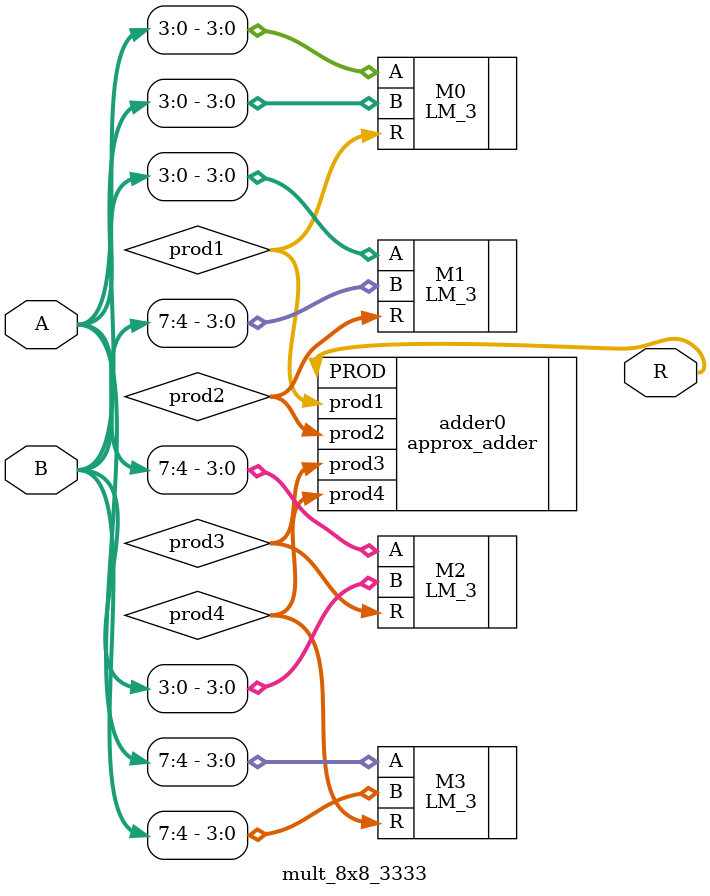
<source format=v>
module mult_8x8_3333(
input [7:0] A,
input [7:0] B,
output [15:0]R
);
wire [7:0]prod1;
wire [7:0]prod2;
wire [7:0]prod3;
wire [7:0]prod4;

LM_3 M0(.A(A[3:0]),.B(B[3:0]),.R(prod1));
LM_3 M1(.A(A[3:0]),.B(B[7:4]),.R(prod2));
LM_3 M2(.A(A[7:4]),.B(B[3:0]),.R(prod3));
LM_3 M3(.A(A[7:4]),.B(B[7:4]),.R(prod4));
approx_adder adder0(.prod1(prod1),.prod2(prod2),.prod3(prod3),.prod4(prod4),.PROD(R));
endmodule

</source>
